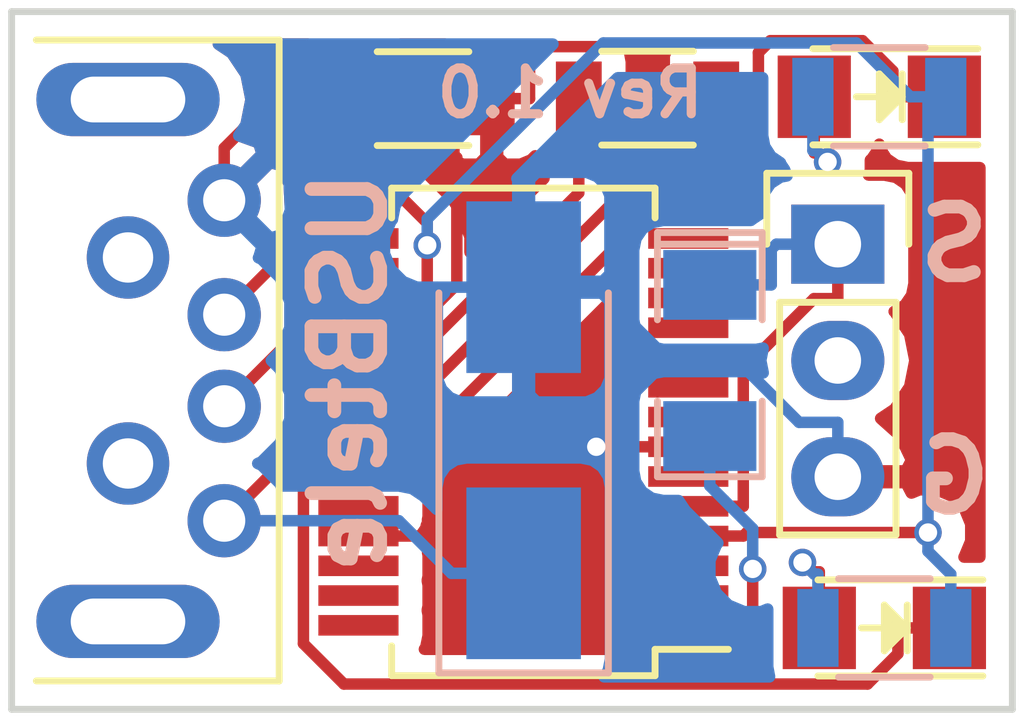
<source format=kicad_pcb>
(kicad_pcb (version 4) (host pcbnew 4.0.4+e1-6308~48~ubuntu16.04.1-stable)

  (general
    (links 24)
    (no_connects 0)
    (area 148.885 94.073809 172.927334 114.627)
    (thickness 1.6)
    (drawings 8)
    (tracks 122)
    (zones 0)
    (modules 11)
    (nets 12)
  )

  (page A4)
  (layers
    (0 F.Cu signal)
    (31 B.Cu signal)
    (32 B.Adhes user)
    (33 F.Adhes user)
    (34 B.Paste user)
    (35 F.Paste user)
    (36 B.SilkS user)
    (37 F.SilkS user)
    (38 B.Mask user)
    (39 F.Mask user)
    (40 Dwgs.User user)
    (41 Cmts.User user)
    (42 Eco1.User user)
    (43 Eco2.User user)
    (44 Edge.Cuts user)
    (45 Margin user)
    (46 B.CrtYd user)
    (47 F.CrtYd user)
    (48 B.Fab user)
    (49 F.Fab user)
  )

  (setup
    (last_trace_width 0.25)
    (trace_clearance 0.2)
    (zone_clearance 0.508)
    (zone_45_only no)
    (trace_min 0.2)
    (segment_width 0.2)
    (edge_width 0.15)
    (via_size 0.7)
    (via_drill 0.4)
    (via_min_size 0.4)
    (via_min_drill 0.3)
    (uvia_size 0.3)
    (uvia_drill 0.1)
    (uvias_allowed no)
    (uvia_min_size 0.2)
    (uvia_min_drill 0.1)
    (pcb_text_width 0.3)
    (pcb_text_size 1.5 1.5)
    (mod_edge_width 0.15)
    (mod_text_size 1 1)
    (mod_text_width 0.15)
    (pad_size 1.524 1.524)
    (pad_drill 0.762)
    (pad_to_mask_clearance 0.2)
    (aux_axis_origin 149.9 113)
    (grid_origin 149.9 113)
    (visible_elements FFFFFF7F)
    (pcbplotparams
      (layerselection 0x010fc_80000001)
      (usegerberextensions true)
      (excludeedgelayer true)
      (linewidth 0.100000)
      (plotframeref false)
      (viasonmask false)
      (mode 1)
      (useauxorigin true)
      (hpglpennumber 1)
      (hpglpenspeed 20)
      (hpglpendiameter 15)
      (hpglpenoverlay 2)
      (psnegative false)
      (psa4output false)
      (plotreference true)
      (plotvalue true)
      (plotinvisibletext false)
      (padsonsilk false)
      (subtractmaskfromsilk false)
      (outputformat 1)
      (mirror false)
      (drillshape 0)
      (scaleselection 1)
      (outputdirectory gerber/))
  )

  (net 0 "")
  (net 1 VCC)
  (net 2 GND)
  (net 3 "Net-(D1-Pad1)")
  (net 4 "Net-(D1-Pad2)")
  (net 5 "Net-(D2-Pad2)")
  (net 6 "Net-(D2-Pad1)")
  (net 7 "Net-(D3-Pad2)")
  (net 8 "Net-(D3-Pad1)")
  (net 9 "Net-(P1-Pad3)")
  (net 10 "Net-(P1-Pad2)")
  (net 11 +3V3)

  (net_class Default "This is the default net class."
    (clearance 0.2)
    (trace_width 0.25)
    (via_dia 0.7)
    (via_drill 0.4)
    (uvia_dia 0.3)
    (uvia_drill 0.1)
    (add_net +3V3)
    (add_net GND)
    (add_net "Net-(D1-Pad1)")
    (add_net "Net-(D1-Pad2)")
    (add_net "Net-(D2-Pad1)")
    (add_net "Net-(D2-Pad2)")
    (add_net "Net-(D3-Pad1)")
    (add_net "Net-(D3-Pad2)")
    (add_net "Net-(P1-Pad2)")
    (add_net "Net-(P1-Pad3)")
    (add_net VCC)
  )

  (module LEDs:LED_1206 (layer F.Cu) (tedit 5857E855) (tstamp 585252FB)
    (at 168.8 99.65 180)
    (descr "LED 1206 smd package")
    (tags "LED1206 SMD")
    (path /585260C4)
    (attr smd)
    (fp_text reference D2 (at 0 -2 180) (layer F.SilkS) hide
      (effects (font (size 1 1) (thickness 0.15)))
    )
    (fp_text value "LED green" (at 0 2 180) (layer F.Fab) hide
      (effects (font (size 1 1) (thickness 0.15)))
    )
    (fp_line (start -0.5 -0.5) (end -0.5 0.5) (layer F.Fab) (width 0.15))
    (fp_line (start -0.5 0) (end 0 -0.5) (layer F.Fab) (width 0.15))
    (fp_line (start 0 0.5) (end -0.5 0) (layer F.Fab) (width 0.15))
    (fp_line (start 0 -0.5) (end 0 0.5) (layer F.Fab) (width 0.15))
    (fp_line (start -1.6 0.8) (end -1.6 -0.8) (layer F.Fab) (width 0.15))
    (fp_line (start 1.6 0.8) (end -1.6 0.8) (layer F.Fab) (width 0.15))
    (fp_line (start 1.6 -0.8) (end 1.6 0.8) (layer F.Fab) (width 0.15))
    (fp_line (start -1.6 -0.8) (end 1.6 -0.8) (layer F.Fab) (width 0.15))
    (fp_line (start -2.15 1.05) (end 1.45 1.05) (layer F.SilkS) (width 0.15))
    (fp_line (start -2.15 -1.05) (end 1.45 -1.05) (layer F.SilkS) (width 0.15))
    (fp_line (start -0.1 -0.3) (end -0.1 0.3) (layer F.SilkS) (width 0.15))
    (fp_line (start -0.1 0.3) (end -0.4 0) (layer F.SilkS) (width 0.15))
    (fp_line (start -0.4 0) (end -0.2 -0.2) (layer F.SilkS) (width 0.15))
    (fp_line (start -0.2 -0.2) (end -0.2 0.05) (layer F.SilkS) (width 0.15))
    (fp_line (start -0.2 0.05) (end -0.25 0) (layer F.SilkS) (width 0.15))
    (fp_line (start -0.5 -0.5) (end -0.5 0.5) (layer F.SilkS) (width 0.15))
    (fp_line (start 0 0) (end 0.5 0) (layer F.SilkS) (width 0.15))
    (fp_line (start -0.5 0) (end 0 -0.5) (layer F.SilkS) (width 0.15))
    (fp_line (start 0 -0.5) (end 0 0.5) (layer F.SilkS) (width 0.15))
    (fp_line (start 0 0.5) (end -0.5 0) (layer F.SilkS) (width 0.15))
    (fp_line (start 2.5 -1.25) (end -2.5 -1.25) (layer F.CrtYd) (width 0.05))
    (fp_line (start -2.5 -1.25) (end -2.5 1.25) (layer F.CrtYd) (width 0.05))
    (fp_line (start -2.5 1.25) (end 2.5 1.25) (layer F.CrtYd) (width 0.05))
    (fp_line (start 2.5 1.25) (end 2.5 -1.25) (layer F.CrtYd) (width 0.05))
    (pad 2 smd rect (at 1.41986 0) (size 1.59766 1.80086) (layers F.Cu F.Paste F.Mask)
      (net 5 "Net-(D2-Pad2)"))
    (pad 1 smd rect (at -1.41986 0) (size 1.59766 1.80086) (layers F.Cu F.Paste F.Mask)
      (net 6 "Net-(D2-Pad1)"))
    (model LEDs.3dshapes/LED_1206.wrl
      (at (xyz 0 0 0))
      (scale (xyz 1 1 1))
      (rotate (xyz 0 0 180))
    )
  )

  (module Housings_SSOP:SSOP-28_5.3x10.2mm_Pitch0.65mm (layer F.Cu) (tedit 5857E840) (tstamp 5852533E)
    (at 161.03 106.97 180)
    (descr "28-Lead Plastic Shrink Small Outline (SS)-5.30 mm Body [SSOP] (see Microchip Packaging Specification 00000049BS.pdf)")
    (tags "SSOP 0.65")
    (path /5841DC82)
    (attr smd)
    (fp_text reference U1 (at 0 -6.25 180) (layer F.SilkS) hide
      (effects (font (size 1 1) (thickness 0.15)))
    )
    (fp_text value FT232RL (at 0 6.25 180) (layer F.Fab) hide
      (effects (font (size 1 1) (thickness 0.15)))
    )
    (fp_line (start -1.65 -5.1) (end 2.65 -5.1) (layer F.Fab) (width 0.15))
    (fp_line (start 2.65 -5.1) (end 2.65 5.1) (layer F.Fab) (width 0.15))
    (fp_line (start 2.65 5.1) (end -2.65 5.1) (layer F.Fab) (width 0.15))
    (fp_line (start -2.65 5.1) (end -2.65 -4.1) (layer F.Fab) (width 0.15))
    (fp_line (start -2.65 -4.1) (end -1.65 -5.1) (layer F.Fab) (width 0.15))
    (fp_line (start -4.75 -5.5) (end -4.75 5.5) (layer F.CrtYd) (width 0.05))
    (fp_line (start 4.75 -5.5) (end 4.75 5.5) (layer F.CrtYd) (width 0.05))
    (fp_line (start -4.75 -5.5) (end 4.75 -5.5) (layer F.CrtYd) (width 0.05))
    (fp_line (start -4.75 5.5) (end 4.75 5.5) (layer F.CrtYd) (width 0.05))
    (fp_line (start -2.875 -5.325) (end -2.875 -4.75) (layer F.SilkS) (width 0.15))
    (fp_line (start 2.875 -5.325) (end 2.875 -4.675) (layer F.SilkS) (width 0.15))
    (fp_line (start 2.875 5.325) (end 2.875 4.675) (layer F.SilkS) (width 0.15))
    (fp_line (start -2.875 5.325) (end -2.875 4.675) (layer F.SilkS) (width 0.15))
    (fp_line (start -2.875 -5.325) (end 2.875 -5.325) (layer F.SilkS) (width 0.15))
    (fp_line (start -2.875 5.325) (end 2.875 5.325) (layer F.SilkS) (width 0.15))
    (fp_line (start -2.875 -4.75) (end -4.475 -4.75) (layer F.SilkS) (width 0.15))
    (pad 1 smd rect (at -3.6 -4.225 180) (size 1.75 0.45) (layers F.Cu F.Paste F.Mask)
      (net 7 "Net-(D3-Pad2)"))
    (pad 2 smd rect (at -3.6 -3.575 180) (size 1.75 0.45) (layers F.Cu F.Paste F.Mask))
    (pad 3 smd rect (at -3.6 -2.925 180) (size 1.75 0.45) (layers F.Cu F.Paste F.Mask))
    (pad 4 smd rect (at -3.6 -2.275 180) (size 1.75 0.45) (layers F.Cu F.Paste F.Mask)
      (net 11 +3V3))
    (pad 5 smd rect (at -3.6 -1.625 180) (size 1.75 0.45) (layers F.Cu F.Paste F.Mask)
      (net 8 "Net-(D3-Pad1)"))
    (pad 6 smd rect (at -3.6 -0.975 180) (size 1.75 0.45) (layers F.Cu F.Paste F.Mask))
    (pad 7 smd rect (at -3.6 -0.325 180) (size 1.75 0.45) (layers F.Cu F.Paste F.Mask)
      (net 2 GND))
    (pad 8 smd rect (at -3.6 0.325 180) (size 1.75 0.45) (layers F.Cu F.Paste F.Mask))
    (pad 9 smd rect (at -3.6 0.975 180) (size 1.75 0.45) (layers F.Cu F.Paste F.Mask))
    (pad 10 smd rect (at -3.6 1.625 180) (size 1.75 0.45) (layers F.Cu F.Paste F.Mask))
    (pad 11 smd rect (at -3.6 2.275 180) (size 1.75 0.45) (layers F.Cu F.Paste F.Mask))
    (pad 12 smd rect (at -3.6 2.925 180) (size 1.75 0.45) (layers F.Cu F.Paste F.Mask))
    (pad 13 smd rect (at -3.6 3.575 180) (size 1.75 0.45) (layers F.Cu F.Paste F.Mask))
    (pad 14 smd rect (at -3.6 4.225 180) (size 1.75 0.45) (layers F.Cu F.Paste F.Mask))
    (pad 15 smd rect (at 3.6 4.225 180) (size 1.75 0.45) (layers F.Cu F.Paste F.Mask)
      (net 9 "Net-(P1-Pad3)"))
    (pad 16 smd rect (at 3.6 3.575 180) (size 1.75 0.45) (layers F.Cu F.Paste F.Mask)
      (net 10 "Net-(P1-Pad2)"))
    (pad 17 smd rect (at 3.6 2.925 180) (size 1.75 0.45) (layers F.Cu F.Paste F.Mask)
      (net 11 +3V3))
    (pad 18 smd rect (at 3.6 2.275 180) (size 1.75 0.45) (layers F.Cu F.Paste F.Mask)
      (net 2 GND))
    (pad 19 smd rect (at 3.6 1.625 180) (size 1.75 0.45) (layers F.Cu F.Paste F.Mask))
    (pad 20 smd rect (at 3.6 0.975 180) (size 1.75 0.45) (layers F.Cu F.Paste F.Mask)
      (net 1 VCC))
    (pad 21 smd rect (at 3.6 0.325 180) (size 1.75 0.45) (layers F.Cu F.Paste F.Mask)
      (net 2 GND))
    (pad 22 smd rect (at 3.6 -0.325 180) (size 1.75 0.45) (layers F.Cu F.Paste F.Mask)
      (net 6 "Net-(D2-Pad1)"))
    (pad 23 smd rect (at 3.6 -0.975 180) (size 1.75 0.45) (layers F.Cu F.Paste F.Mask)
      (net 3 "Net-(D1-Pad1)"))
    (pad 24 smd rect (at 3.6 -1.625 180) (size 1.75 0.45) (layers F.Cu F.Paste F.Mask))
    (pad 25 smd rect (at 3.6 -2.275 180) (size 1.75 0.45) (layers F.Cu F.Paste F.Mask)
      (net 2 GND))
    (pad 26 smd rect (at 3.6 -2.925 180) (size 1.75 0.45) (layers F.Cu F.Paste F.Mask))
    (pad 27 smd rect (at 3.6 -3.575 180) (size 1.75 0.45) (layers F.Cu F.Paste F.Mask))
    (pad 28 smd rect (at 3.6 -4.225 180) (size 1.75 0.45) (layers F.Cu F.Paste F.Mask))
    (model Housings_SSOP.3dshapes/SSOP-28_5.3x10.2mm_Pitch0.65mm.wrl
      (at (xyz 0 0 0))
      (scale (xyz 1 1 1))
      (rotate (xyz 0 0 0))
    )
  )

  (module Capacitors_SMD:C_1206 (layer F.Cu) (tedit 5857E816) (tstamp 58525C68)
    (at 158.84 99.69)
    (descr "Capacitor SMD 1206, reflow soldering, AVX (see smccp.pdf)")
    (tags "capacitor 1206")
    (path /58527234)
    (attr smd)
    (fp_text reference C3 (at 0.01 0.06) (layer F.SilkS) hide
      (effects (font (size 1 1) (thickness 0.15)))
    )
    (fp_text value 100nF (at 0 2.3) (layer F.Fab) hide
      (effects (font (size 1 1) (thickness 0.15)))
    )
    (fp_line (start -1.6 0.8) (end -1.6 -0.8) (layer F.Fab) (width 0.15))
    (fp_line (start 1.6 0.8) (end -1.6 0.8) (layer F.Fab) (width 0.15))
    (fp_line (start 1.6 -0.8) (end 1.6 0.8) (layer F.Fab) (width 0.15))
    (fp_line (start -1.6 -0.8) (end 1.6 -0.8) (layer F.Fab) (width 0.15))
    (fp_line (start -2.3 -1.15) (end 2.3 -1.15) (layer F.CrtYd) (width 0.05))
    (fp_line (start -2.3 1.15) (end 2.3 1.15) (layer F.CrtYd) (width 0.05))
    (fp_line (start -2.3 -1.15) (end -2.3 1.15) (layer F.CrtYd) (width 0.05))
    (fp_line (start 2.3 -1.15) (end 2.3 1.15) (layer F.CrtYd) (width 0.05))
    (fp_line (start 1 -1.025) (end -1 -1.025) (layer F.SilkS) (width 0.15))
    (fp_line (start -1 1.025) (end 1 1.025) (layer F.SilkS) (width 0.15))
    (pad 1 smd rect (at -1.5 0) (size 1 1.6) (layers F.Cu F.Paste F.Mask)
      (net 11 +3V3))
    (pad 2 smd rect (at 1.5 0) (size 1 1.6) (layers F.Cu F.Paste F.Mask)
      (net 2 GND))
    (model Capacitors_SMD.3dshapes/C_1206.wrl
      (at (xyz 0 0 0))
      (scale (xyz 1 1 1))
      (rotate (xyz 0 0 0))
    )
  )

  (module Capacitors_SMD:C_1206 (layer F.Cu) (tedit 5857E81E) (tstamp 58525CFA)
    (at 163.74 99.68)
    (descr "Capacitor SMD 1206, reflow soldering, AVX (see smccp.pdf)")
    (tags "capacitor 1206")
    (path /5841E632)
    (attr smd)
    (fp_text reference C1 (at 0.01 0.02) (layer F.SilkS) hide
      (effects (font (size 1 1) (thickness 0.15)))
    )
    (fp_text value 100nF (at 0 2.3) (layer F.Fab) hide
      (effects (font (size 1 1) (thickness 0.15)))
    )
    (fp_line (start -1.6 0.8) (end -1.6 -0.8) (layer F.Fab) (width 0.15))
    (fp_line (start 1.6 0.8) (end -1.6 0.8) (layer F.Fab) (width 0.15))
    (fp_line (start 1.6 -0.8) (end 1.6 0.8) (layer F.Fab) (width 0.15))
    (fp_line (start -1.6 -0.8) (end 1.6 -0.8) (layer F.Fab) (width 0.15))
    (fp_line (start -2.3 -1.15) (end 2.3 -1.15) (layer F.CrtYd) (width 0.05))
    (fp_line (start -2.3 1.15) (end 2.3 1.15) (layer F.CrtYd) (width 0.05))
    (fp_line (start -2.3 -1.15) (end -2.3 1.15) (layer F.CrtYd) (width 0.05))
    (fp_line (start 2.3 -1.15) (end 2.3 1.15) (layer F.CrtYd) (width 0.05))
    (fp_line (start 1 -1.025) (end -1 -1.025) (layer F.SilkS) (width 0.15))
    (fp_line (start -1 1.025) (end 1 1.025) (layer F.SilkS) (width 0.15))
    (pad 1 smd rect (at -1.5 0) (size 1 1.6) (layers F.Cu F.Paste F.Mask)
      (net 1 VCC))
    (pad 2 smd rect (at 1.5 0) (size 1 1.6) (layers F.Cu F.Paste F.Mask)
      (net 2 GND))
    (model Capacitors_SMD.3dshapes/C_1206.wrl
      (at (xyz 0 0 0))
      (scale (xyz 1 1 1))
      (rotate (xyz 0 0 0))
    )
  )

  (module Capacitors_Tantalum_SMD:Tantalum_Case-C_EIA-6032-28_Hand (layer B.Cu) (tedit 585834F5) (tstamp 58525CFF)
    (at 161.036 106.934 90)
    (descr "Tantalum capacitor, Case C, EIA 6032-28, 6.0x3.2x2.5mm, Hand soldering footprint")
    (tags "capacitor tantalum smd")
    (path /58526E60)
    (attr smd)
    (fp_text reference C2 (at 0 3.35 90) (layer B.SilkS) hide
      (effects (font (size 1 1) (thickness 0.15)) (justify mirror))
    )
    (fp_text value 10µF (at 0 -3.35 90) (layer B.Fab)
      (effects (font (size 1 1) (thickness 0.15)) (justify mirror))
    )
    (fp_line (start -5.4 2) (end -5.4 -2) (layer B.CrtYd) (width 0.05))
    (fp_line (start -5.4 -2) (end 5.4 -2) (layer B.CrtYd) (width 0.05))
    (fp_line (start 5.4 -2) (end 5.4 2) (layer B.CrtYd) (width 0.05))
    (fp_line (start 5.4 2) (end -5.4 2) (layer B.CrtYd) (width 0.05))
    (fp_line (start -3 1.6) (end -3 -1.6) (layer B.Fab) (width 0.15))
    (fp_line (start -3 -1.6) (end 3 -1.6) (layer B.Fab) (width 0.15))
    (fp_line (start 3 -1.6) (end 3 1.6) (layer B.Fab) (width 0.15))
    (fp_line (start 3 1.6) (end -3 1.6) (layer B.Fab) (width 0.15))
    (fp_line (start -2.4 1.6) (end -2.4 -1.6) (layer B.Fab) (width 0.15))
    (fp_line (start -2.1 1.6) (end -2.1 -1.6) (layer B.Fab) (width 0.15))
    (fp_line (start -5.3 1.85) (end 3 1.85) (layer B.SilkS) (width 0.15))
    (fp_line (start -5.3 -1.85) (end 3 -1.85) (layer B.SilkS) (width 0.15))
    (fp_line (start -5.3 1.85) (end -5.3 -1.85) (layer B.SilkS) (width 0.15))
    (pad 1 smd rect (at -3.125 0 90) (size 3.75 2.5) (layers B.Cu B.Paste B.Mask)
      (net 1 VCC))
    (pad 2 smd rect (at 3.125 0 90) (size 3.75 2.5) (layers B.Cu B.Paste B.Mask)
      (net 2 GND))
    (model Capacitors_Tantalum_SMD.3dshapes/Tantalum_Case-C_EIA-6032-28.wrl
      (at (xyz 0 0 0))
      (scale (xyz 1 1 1))
      (rotate (xyz 0 0 0))
    )
  )

  (module Resistors_SMD:R_1206 (layer B.Cu) (tedit 5857E84D) (tstamp 58525D04)
    (at 168.91 111.252 180)
    (descr "Resistor SMD 1206, reflow soldering, Vishay (see dcrcw.pdf)")
    (tags "resistor 1206")
    (path /58525F37)
    (attr smd)
    (fp_text reference R1 (at 0 2.3 180) (layer B.SilkS) hide
      (effects (font (size 1 1) (thickness 0.15)) (justify mirror))
    )
    (fp_text value 330 (at 0 -2.3 180) (layer B.Fab) hide
      (effects (font (size 1 1) (thickness 0.15)) (justify mirror))
    )
    (fp_line (start -1.6 -0.8) (end -1.6 0.8) (layer B.Fab) (width 0.1))
    (fp_line (start 1.6 -0.8) (end -1.6 -0.8) (layer B.Fab) (width 0.1))
    (fp_line (start 1.6 0.8) (end 1.6 -0.8) (layer B.Fab) (width 0.1))
    (fp_line (start -1.6 0.8) (end 1.6 0.8) (layer B.Fab) (width 0.1))
    (fp_line (start -2.2 1.2) (end 2.2 1.2) (layer B.CrtYd) (width 0.05))
    (fp_line (start -2.2 -1.2) (end 2.2 -1.2) (layer B.CrtYd) (width 0.05))
    (fp_line (start -2.2 1.2) (end -2.2 -1.2) (layer B.CrtYd) (width 0.05))
    (fp_line (start 2.2 1.2) (end 2.2 -1.2) (layer B.CrtYd) (width 0.05))
    (fp_line (start 1 -1.075) (end -1 -1.075) (layer B.SilkS) (width 0.15))
    (fp_line (start -1 1.075) (end 1 1.075) (layer B.SilkS) (width 0.15))
    (pad 1 smd rect (at -1.45 0 180) (size 0.9 1.7) (layers B.Cu B.Paste B.Mask)
      (net 11 +3V3))
    (pad 2 smd rect (at 1.45 0 180) (size 0.9 1.7) (layers B.Cu B.Paste B.Mask)
      (net 4 "Net-(D1-Pad2)"))
    (model Resistors_SMD.3dshapes/R_1206.wrl
      (at (xyz 0 0 0))
      (scale (xyz 1 1 1))
      (rotate (xyz 0 0 0))
    )
  )

  (module Resistors_SMD:R_1206 (layer B.Cu) (tedit 5857E85B) (tstamp 58525D09)
    (at 168.8 99.65 180)
    (descr "Resistor SMD 1206, reflow soldering, Vishay (see dcrcw.pdf)")
    (tags "resistor 1206")
    (path /58525982)
    (attr smd)
    (fp_text reference R2 (at 0 2.3 180) (layer B.SilkS) hide
      (effects (font (size 1 1) (thickness 0.15)) (justify mirror))
    )
    (fp_text value 330 (at 0 -2.3 180) (layer B.Fab) hide
      (effects (font (size 1 1) (thickness 0.15)) (justify mirror))
    )
    (fp_line (start -1.6 -0.8) (end -1.6 0.8) (layer B.Fab) (width 0.1))
    (fp_line (start 1.6 -0.8) (end -1.6 -0.8) (layer B.Fab) (width 0.1))
    (fp_line (start 1.6 0.8) (end 1.6 -0.8) (layer B.Fab) (width 0.1))
    (fp_line (start -1.6 0.8) (end 1.6 0.8) (layer B.Fab) (width 0.1))
    (fp_line (start -2.2 1.2) (end 2.2 1.2) (layer B.CrtYd) (width 0.05))
    (fp_line (start -2.2 -1.2) (end 2.2 -1.2) (layer B.CrtYd) (width 0.05))
    (fp_line (start -2.2 1.2) (end -2.2 -1.2) (layer B.CrtYd) (width 0.05))
    (fp_line (start 2.2 1.2) (end 2.2 -1.2) (layer B.CrtYd) (width 0.05))
    (fp_line (start 1 -1.075) (end -1 -1.075) (layer B.SilkS) (width 0.15))
    (fp_line (start -1 1.075) (end 1 1.075) (layer B.SilkS) (width 0.15))
    (pad 1 smd rect (at -1.45 0 180) (size 0.9 1.7) (layers B.Cu B.Paste B.Mask)
      (net 11 +3V3))
    (pad 2 smd rect (at 1.45 0 180) (size 0.9 1.7) (layers B.Cu B.Paste B.Mask)
      (net 5 "Net-(D2-Pad2)"))
    (model Resistors_SMD.3dshapes/R_1206.wrl
      (at (xyz 0 0 0))
      (scale (xyz 1 1 1))
      (rotate (xyz 0 0 0))
    )
  )

  (module LEDs:LED_1206 (layer F.Cu) (tedit 5857E845) (tstamp 5852809B)
    (at 168.91 111.252 180)
    (descr "LED 1206 smd package")
    (tags "LED1206 SMD")
    (path /5852604F)
    (attr smd)
    (fp_text reference D1 (at 0 -2 180) (layer F.SilkS) hide
      (effects (font (size 1 1) (thickness 0.15)))
    )
    (fp_text value "LED red" (at 0 2 180) (layer F.Fab) hide
      (effects (font (size 1 1) (thickness 0.15)))
    )
    (fp_line (start -0.5 -0.5) (end -0.5 0.5) (layer F.Fab) (width 0.15))
    (fp_line (start -0.5 0) (end 0 -0.5) (layer F.Fab) (width 0.15))
    (fp_line (start 0 0.5) (end -0.5 0) (layer F.Fab) (width 0.15))
    (fp_line (start 0 -0.5) (end 0 0.5) (layer F.Fab) (width 0.15))
    (fp_line (start -1.6 0.8) (end -1.6 -0.8) (layer F.Fab) (width 0.15))
    (fp_line (start 1.6 0.8) (end -1.6 0.8) (layer F.Fab) (width 0.15))
    (fp_line (start 1.6 -0.8) (end 1.6 0.8) (layer F.Fab) (width 0.15))
    (fp_line (start -1.6 -0.8) (end 1.6 -0.8) (layer F.Fab) (width 0.15))
    (fp_line (start -2.15 1.05) (end 1.45 1.05) (layer F.SilkS) (width 0.15))
    (fp_line (start -2.15 -1.05) (end 1.45 -1.05) (layer F.SilkS) (width 0.15))
    (fp_line (start -0.1 -0.3) (end -0.1 0.3) (layer F.SilkS) (width 0.15))
    (fp_line (start -0.1 0.3) (end -0.4 0) (layer F.SilkS) (width 0.15))
    (fp_line (start -0.4 0) (end -0.2 -0.2) (layer F.SilkS) (width 0.15))
    (fp_line (start -0.2 -0.2) (end -0.2 0.05) (layer F.SilkS) (width 0.15))
    (fp_line (start -0.2 0.05) (end -0.25 0) (layer F.SilkS) (width 0.15))
    (fp_line (start -0.5 -0.5) (end -0.5 0.5) (layer F.SilkS) (width 0.15))
    (fp_line (start 0 0) (end 0.5 0) (layer F.SilkS) (width 0.15))
    (fp_line (start -0.5 0) (end 0 -0.5) (layer F.SilkS) (width 0.15))
    (fp_line (start 0 -0.5) (end 0 0.5) (layer F.SilkS) (width 0.15))
    (fp_line (start 0 0.5) (end -0.5 0) (layer F.SilkS) (width 0.15))
    (fp_line (start 2.5 -1.25) (end -2.5 -1.25) (layer F.CrtYd) (width 0.05))
    (fp_line (start -2.5 -1.25) (end -2.5 1.25) (layer F.CrtYd) (width 0.05))
    (fp_line (start -2.5 1.25) (end 2.5 1.25) (layer F.CrtYd) (width 0.05))
    (fp_line (start 2.5 1.25) (end 2.5 -1.25) (layer F.CrtYd) (width 0.05))
    (pad 2 smd rect (at 1.41986 0) (size 1.59766 1.80086) (layers F.Cu F.Paste F.Mask)
      (net 4 "Net-(D1-Pad2)"))
    (pad 1 smd rect (at -1.41986 0) (size 1.59766 1.80086) (layers F.Cu F.Paste F.Mask)
      (net 3 "Net-(D1-Pad1)"))
    (model LEDs.3dshapes/LED_1206.wrl
      (at (xyz 0 0 0))
      (scale (xyz 1 1 1))
      (rotate (xyz 0 0 180))
    )
  )

  (module SMD_Packages:SMD-1206_Pol (layer B.Cu) (tedit 585834F0) (tstamp 585280A0)
    (at 165.1 105.41 270)
    (path /58525BB9)
    (attr smd)
    (fp_text reference D3 (at 0 0 270) (layer B.SilkS) hide
      (effects (font (size 1 1) (thickness 0.15)) (justify mirror))
    )
    (fp_text value "TS 4148" (at 0 0 270) (layer B.Fab)
      (effects (font (size 1 1) (thickness 0.15)) (justify mirror))
    )
    (fp_line (start -2.54 1.143) (end -2.794 1.143) (layer B.SilkS) (width 0.15))
    (fp_line (start -2.794 1.143) (end -2.794 -1.143) (layer B.SilkS) (width 0.15))
    (fp_line (start -2.794 -1.143) (end -2.54 -1.143) (layer B.SilkS) (width 0.15))
    (fp_line (start -2.54 1.143) (end -2.54 -1.143) (layer B.SilkS) (width 0.15))
    (fp_line (start -2.54 -1.143) (end -0.889 -1.143) (layer B.SilkS) (width 0.15))
    (fp_line (start 0.889 1.143) (end 2.54 1.143) (layer B.SilkS) (width 0.15))
    (fp_line (start 2.54 1.143) (end 2.54 -1.143) (layer B.SilkS) (width 0.15))
    (fp_line (start 2.54 -1.143) (end 0.889 -1.143) (layer B.SilkS) (width 0.15))
    (fp_line (start -0.889 1.143) (end -2.54 1.143) (layer B.SilkS) (width 0.15))
    (pad 1 smd rect (at -1.651 0 270) (size 1.524 2.032) (layers B.Cu B.Paste B.Mask)
      (net 8 "Net-(D3-Pad1)"))
    (pad 2 smd rect (at 1.651 0 270) (size 1.524 2.032) (layers B.Cu B.Paste B.Mask)
      (net 7 "Net-(D3-Pad2)"))
    (model SMD_Packages.3dshapes/SMD-1206_Pol.wrl
      (at (xyz 0 0 0))
      (scale (xyz 0.17 0.16 0.16))
      (rotate (xyz 0 0 0))
    )
  )

  (module LUM2410-08:LUM2410-08 (layer F.Cu) (tedit 5857EB5F) (tstamp 5853B093)
    (at 152.4 105.41 270)
    (path /5841DF82)
    (fp_text reference P1 (at -10.16 2.54 270) (layer F.SilkS) hide
      (effects (font (size 1 1) (thickness 0.15)))
    )
    (fp_text value USB_A (at -8.6 -5.7 270) (layer F.Fab) hide
      (effects (font (size 1 1) (thickness 0.15)))
    )
    (fp_line (start -7 2) (end -7 -3.3) (layer F.SilkS) (width 0.15))
    (fp_line (start -7 -3.3) (end 7 -3.3) (layer F.SilkS) (width 0.15))
    (fp_line (start 7 -3.3) (end 7 2) (layer F.SilkS) (width 0.15))
    (fp_line (start -6 2.7) (end 6 2.7) (layer F.Fab) (width 0.15))
    (pad "" thru_hole oval (at 5.7 0 270) (size 1.6 4) (drill oval 1 2.5) (layers *.Cu *.Mask))
    (pad 5 thru_hole oval (at -5.7 0 270) (size 1.6 4) (drill oval 1 2.5) (layers *.Cu *.Mask))
    (pad "" thru_hole circle (at 2.25 0 270) (size 1.8 1.8) (drill 1.1) (layers *.Cu *.Mask))
    (pad "" thru_hole circle (at -2.25 0 270) (size 1.8 1.8) (drill 1.1) (layers *.Cu *.Mask))
    (pad 2 thru_hole circle (at 1 -2.1 270) (size 1.6 1.6) (drill 0.92) (layers *.Cu *.Mask)
      (net 10 "Net-(P1-Pad2)"))
    (pad 3 thru_hole circle (at -1 -2.1 270) (size 1.6 1.6) (drill 0.92) (layers *.Cu *.Mask)
      (net 9 "Net-(P1-Pad3)"))
    (pad 1 thru_hole circle (at 3.5 -2.1 270) (size 1.6 1.6) (drill 0.92) (layers *.Cu *.Mask)
      (net 1 VCC))
    (pad 4 thru_hole circle (at -3.5 -2.1 270) (size 1.6 1.6) (drill 0.92) (layers *.Cu *.Mask)
      (net 2 GND))
  )

  (module Pin_Headers:Pin_Header_Straight_1x03 (layer F.Cu) (tedit 58583F44) (tstamp 58583F56)
    (at 167.894 102.87)
    (descr "Through hole pin header")
    (tags "pin header")
    (path /5841E235)
    (fp_text reference P2 (at 0 -5.1) (layer F.SilkS) hide
      (effects (font (size 1 1) (thickness 0.15)))
    )
    (fp_text value CONN_01X03 (at 0 -3.1) (layer F.Fab) hide
      (effects (font (size 1 1) (thickness 0.15)))
    )
    (fp_line (start -1.75 -1.75) (end -1.75 6.85) (layer F.CrtYd) (width 0.05))
    (fp_line (start 1.75 -1.75) (end 1.75 6.85) (layer F.CrtYd) (width 0.05))
    (fp_line (start -1.75 -1.75) (end 1.75 -1.75) (layer F.CrtYd) (width 0.05))
    (fp_line (start -1.75 6.85) (end 1.75 6.85) (layer F.CrtYd) (width 0.05))
    (fp_line (start -1.27 1.27) (end -1.27 6.35) (layer F.SilkS) (width 0.15))
    (fp_line (start -1.27 6.35) (end 1.27 6.35) (layer F.SilkS) (width 0.15))
    (fp_line (start 1.27 6.35) (end 1.27 1.27) (layer F.SilkS) (width 0.15))
    (fp_line (start 1.55 -1.55) (end 1.55 0) (layer F.SilkS) (width 0.15))
    (fp_line (start 1.27 1.27) (end -1.27 1.27) (layer F.SilkS) (width 0.15))
    (fp_line (start -1.55 0) (end -1.55 -1.55) (layer F.SilkS) (width 0.15))
    (fp_line (start -1.55 -1.55) (end 1.55 -1.55) (layer F.SilkS) (width 0.15))
    (pad 1 thru_hole rect (at 0 0) (size 2.032 1.7272) (drill 1.016) (layers *.Cu *.Mask)
      (net 8 "Net-(D3-Pad1)"))
    (pad 2 thru_hole oval (at 0 2.54) (size 2.032 1.7272) (drill 1.016) (layers *.Cu *.Mask))
    (pad 3 thru_hole oval (at 0 5.08) (size 2.032 1.7272) (drill 1.016) (layers *.Cu *.Mask)
      (net 2 GND))
    (model Pin_Headers.3dshapes/Pin_Header_Straight_1x03.wrl
      (at (xyz 0 -0.1 0))
      (scale (xyz 1 1 1))
      (rotate (xyz 0 0 90))
    )
  )

  (gr_text G (at 170.434 107.95) (layer B.SilkS)
    (effects (font (size 1.5 1.5) (thickness 0.3)) (justify mirror))
  )
  (gr_text S (at 170.434 102.87) (layer B.SilkS)
    (effects (font (size 1.5 1.5) (thickness 0.3)) (justify mirror))
  )
  (gr_text "Rev 1.0" (at 162.052 99.568) (layer B.SilkS)
    (effects (font (size 1 1) (thickness 0.2)) (justify mirror))
  )
  (gr_text USBtele (at 157.226 105.664 90) (layer B.SilkS)
    (effects (font (size 1.5 1.5) (thickness 0.3)) (justify mirror))
  )
  (gr_line (start 171.704 113.03) (end 171.704 97.79) (angle 90) (layer Edge.Cuts) (width 0.15))
  (gr_line (start 171.704 113.03) (end 149.86 113.03) (angle 90) (layer Edge.Cuts) (width 0.15))
  (gr_line (start 149.86 97.79) (end 171.704 97.79) (angle 90) (layer Edge.Cuts) (width 0.15))
  (gr_line (start 149.86 113.03) (end 149.86 97.79) (angle 90) (layer Edge.Cuts) (width 0.15))

  (segment (start 157.43 105.995) (end 156.2297 105.995) (width 0.25) (layer F.Cu) (net 1))
  (segment (start 157.43 105.995) (end 158.6303 105.995) (width 0.25) (layer F.Cu) (net 1))
  (segment (start 156.2297 107.1803) (end 154.5 108.91) (width 0.25) (layer F.Cu) (net 1))
  (segment (start 156.2297 105.995) (end 156.2297 107.1803) (width 0.25) (layer F.Cu) (net 1))
  (segment (start 158.6303 105.3581) (end 158.6303 105.995) (width 0.25) (layer F.Cu) (net 1))
  (segment (start 162.24 101.7484) (end 158.6303 105.3581) (width 0.25) (layer F.Cu) (net 1))
  (segment (start 162.24 99.68) (end 162.24 101.7484) (width 0.25) (layer F.Cu) (net 1))
  (segment (start 158.3117 108.91) (end 159.4607 110.059) (width 0.25) (layer B.Cu) (net 1))
  (segment (start 154.5 108.91) (end 158.3117 108.91) (width 0.25) (layer B.Cu) (net 1))
  (segment (start 161.036 110.059) (end 159.4607 110.059) (width 0.25) (layer B.Cu) (net 1))
  (via (at 162.6212 107.295) (size 0.6) (layers F.Cu B.Cu) (net 2))
  (segment (start 161.036 103.809) (end 162.6113 103.809) (width 0.25) (layer B.Cu) (net 2))
  (segment (start 167.894 107.95) (end 167.894 106.7611) (width 0.25) (layer B.Cu) (net 2))
  (segment (start 161.1653 98.9679) (end 161.1653 99.69) (width 0.25) (layer F.Cu) (net 2))
  (segment (start 161.5786 98.5546) (end 161.1653 98.9679) (width 0.25) (layer F.Cu) (net 2))
  (segment (start 163.2893 98.5546) (end 161.5786 98.5546) (width 0.25) (layer F.Cu) (net 2))
  (segment (start 164.4147 99.68) (end 163.2893 98.5546) (width 0.25) (layer F.Cu) (net 2))
  (segment (start 160.34 99.69) (end 161.1653 99.69) (width 0.25) (layer F.Cu) (net 2))
  (segment (start 157.43 104.695) (end 158.6303 104.695) (width 0.25) (layer F.Cu) (net 2))
  (segment (start 157.43 106.645) (end 158.6303 106.645) (width 0.25) (layer F.Cu) (net 2))
  (segment (start 160.34 99.69) (end 159.5147 99.69) (width 0.25) (layer F.Cu) (net 2))
  (segment (start 154.5 100.7699) (end 154.5 101.91) (width 0.25) (layer F.Cu) (net 2))
  (segment (start 156.7052 98.5647) (end 154.5 100.7699) (width 0.25) (layer F.Cu) (net 2))
  (segment (start 158.3894 98.5647) (end 156.7052 98.5647) (width 0.25) (layer F.Cu) (net 2))
  (segment (start 159.5147 99.69) (end 158.3894 98.5647) (width 0.25) (layer F.Cu) (net 2))
  (segment (start 159.5147 100.9175) (end 159.5147 99.69) (width 0.25) (layer F.Cu) (net 2))
  (segment (start 159.5775 100.9803) (end 159.5147 100.9175) (width 0.25) (layer F.Cu) (net 2))
  (segment (start 159.5775 103.7478) (end 159.5775 100.9803) (width 0.25) (layer F.Cu) (net 2))
  (segment (start 158.6303 104.695) (end 159.5775 103.7478) (width 0.25) (layer F.Cu) (net 2))
  (segment (start 164.8274 99.68) (end 164.5019 99.68) (width 0.25) (layer F.Cu) (net 2))
  (segment (start 164.5019 99.68) (end 164.4147 99.68) (width 0.25) (layer F.Cu) (net 2))
  (segment (start 165.24 99.68) (end 164.8274 99.68) (width 0.25) (layer F.Cu) (net 2))
  (segment (start 156.399 103.809) (end 161.036 103.809) (width 0.25) (layer B.Cu) (net 2))
  (segment (start 154.5 101.91) (end 156.399 103.809) (width 0.25) (layer B.Cu) (net 2))
  (segment (start 159.151 106.1243) (end 158.6303 106.645) (width 0.25) (layer F.Cu) (net 2))
  (segment (start 159.151 105.7926) (end 159.151 106.1243) (width 0.25) (layer F.Cu) (net 2))
  (segment (start 164.5019 100.4417) (end 159.151 105.7926) (width 0.25) (layer F.Cu) (net 2))
  (segment (start 164.5019 99.68) (end 164.5019 100.4417) (width 0.25) (layer F.Cu) (net 2))
  (segment (start 162.6212 107.295) (end 164.63 107.295) (width 0.25) (layer F.Cu) (net 2))
  (segment (start 162.6212 106.9497) (end 162.6212 107.295) (width 0.25) (layer B.Cu) (net 2))
  (segment (start 164.1866 105.3843) (end 162.6212 106.9497) (width 0.25) (layer B.Cu) (net 2))
  (segment (start 162.6113 103.809) (end 164.1866 105.3843) (width 0.25) (layer B.Cu) (net 2))
  (segment (start 167.0473 106.7611) (end 167.894 106.7611) (width 0.25) (layer B.Cu) (net 2))
  (segment (start 165.6705 105.3843) (end 167.0473 106.7611) (width 0.25) (layer B.Cu) (net 2))
  (segment (start 164.1866 105.3843) (end 165.6705 105.3843) (width 0.25) (layer B.Cu) (net 2))
  (segment (start 160.6712 109.245) (end 162.6212 107.295) (width 0.25) (layer F.Cu) (net 2))
  (segment (start 157.43 109.245) (end 160.6712 109.245) (width 0.25) (layer F.Cu) (net 2))
  (segment (start 169.2058 111.814) (end 169.2058 111.252) (width 0.25) (layer F.Cu) (net 3))
  (segment (start 168.542 112.4778) (end 169.2058 111.814) (width 0.25) (layer F.Cu) (net 3))
  (segment (start 157.1127 112.4778) (end 168.542 112.4778) (width 0.25) (layer F.Cu) (net 3))
  (segment (start 156.2297 111.5948) (end 157.1127 112.4778) (width 0.25) (layer F.Cu) (net 3))
  (segment (start 156.2297 107.945) (end 156.2297 111.5948) (width 0.25) (layer F.Cu) (net 3))
  (segment (start 157.43 107.945) (end 156.2297 107.945) (width 0.25) (layer F.Cu) (net 3))
  (segment (start 170.3299 111.252) (end 169.2058 111.252) (width 0.25) (layer F.Cu) (net 3))
  (via (at 167.1229 109.8221) (size 0.6) (layers F.Cu B.Cu) (net 4))
  (segment (start 167.3775 110.0767) (end 167.1229 109.8221) (width 0.25) (layer B.Cu) (net 4))
  (segment (start 167.46 110.0767) (end 167.3775 110.0767) (width 0.25) (layer B.Cu) (net 4))
  (segment (start 167.3271 110.0263) (end 167.4901 110.0263) (width 0.25) (layer F.Cu) (net 4))
  (segment (start 167.1229 109.8221) (end 167.3271 110.0263) (width 0.25) (layer F.Cu) (net 4))
  (segment (start 167.4901 111.252) (end 167.4901 110.0263) (width 0.25) (layer F.Cu) (net 4))
  (segment (start 167.46 111.252) (end 167.46 110.0767) (width 0.25) (layer B.Cu) (net 4))
  (via (at 167.6708 101.0728) (size 0.6) (layers F.Cu B.Cu) (net 5))
  (segment (start 167.4233 100.8253) (end 167.6708 101.0728) (width 0.25) (layer B.Cu) (net 5))
  (segment (start 167.35 100.8253) (end 167.4233 100.8253) (width 0.25) (layer B.Cu) (net 5))
  (segment (start 167.4737 100.8757) (end 167.6708 101.0728) (width 0.25) (layer F.Cu) (net 5))
  (segment (start 167.3801 100.8757) (end 167.4737 100.8757) (width 0.25) (layer F.Cu) (net 5))
  (segment (start 167.35 99.65) (end 167.35 100.8253) (width 0.25) (layer B.Cu) (net 5))
  (segment (start 167.3801 99.65) (end 167.3801 100.8757) (width 0.25) (layer F.Cu) (net 5))
  (segment (start 169.0958 99.088) (end 169.0958 99.65) (width 0.25) (layer F.Cu) (net 6))
  (segment (start 168.432 98.4242) (end 169.0958 99.088) (width 0.25) (layer F.Cu) (net 6))
  (segment (start 166.4226 98.4242) (end 168.432 98.4242) (width 0.25) (layer F.Cu) (net 6))
  (segment (start 166.1607 98.6861) (end 166.4226 98.4242) (width 0.25) (layer F.Cu) (net 6))
  (segment (start 166.1607 100.5194) (end 166.1607 98.6861) (width 0.25) (layer F.Cu) (net 6))
  (segment (start 165.4325 101.2476) (end 166.1607 100.5194) (width 0.25) (layer F.Cu) (net 6))
  (segment (start 164.5275 101.2476) (end 165.4325 101.2476) (width 0.25) (layer F.Cu) (net 6))
  (segment (start 163.3859 102.3892) (end 164.5275 101.2476) (width 0.25) (layer F.Cu) (net 6))
  (segment (start 163.3859 102.5838) (end 163.3859 102.3892) (width 0.25) (layer F.Cu) (net 6))
  (segment (start 158.6747 107.295) (end 163.3859 102.5838) (width 0.25) (layer F.Cu) (net 6))
  (segment (start 157.43 107.295) (end 158.6747 107.295) (width 0.25) (layer F.Cu) (net 6))
  (segment (start 170.2199 99.65) (end 169.0958 99.65) (width 0.25) (layer F.Cu) (net 6))
  (via (at 166.0358 109.9633) (size 0.6) (layers F.Cu B.Cu) (net 7))
  (segment (start 166.0358 109.0841) (end 166.0358 109.9633) (width 0.25) (layer B.Cu) (net 7))
  (segment (start 165.1 108.1483) (end 166.0358 109.0841) (width 0.25) (layer B.Cu) (net 7))
  (segment (start 166.0358 110.9895) (end 165.8303 111.195) (width 0.25) (layer F.Cu) (net 7))
  (segment (start 166.0358 109.9633) (end 166.0358 110.9895) (width 0.25) (layer F.Cu) (net 7))
  (segment (start 164.63 111.195) (end 165.8303 111.195) (width 0.25) (layer F.Cu) (net 7))
  (segment (start 165.1 107.061) (end 165.1 108.1483) (width 0.25) (layer B.Cu) (net 7))
  (segment (start 165.8303 105.6025) (end 165.8303 108.595) (width 0.25) (layer F.Cu) (net 8))
  (segment (start 167.3739 104.0589) (end 165.8303 105.6025) (width 0.25) (layer F.Cu) (net 8))
  (segment (start 167.894 104.0589) (end 167.3739 104.0589) (width 0.25) (layer F.Cu) (net 8))
  (segment (start 167.894 102.87) (end 167.894 104.0589) (width 0.25) (layer F.Cu) (net 8))
  (segment (start 164.63 108.595) (end 165.8303 108.595) (width 0.25) (layer F.Cu) (net 8))
  (segment (start 166.4413 102.9814) (end 166.5527 102.87) (width 0.25) (layer B.Cu) (net 8))
  (segment (start 166.4413 103.759) (end 166.4413 102.9814) (width 0.25) (layer B.Cu) (net 8))
  (segment (start 167.894 102.87) (end 166.5527 102.87) (width 0.25) (layer B.Cu) (net 8))
  (segment (start 165.1 103.759) (end 166.4413 103.759) (width 0.25) (layer B.Cu) (net 8))
  (segment (start 156.165 102.745) (end 157.43 102.745) (width 0.25) (layer F.Cu) (net 9))
  (segment (start 154.5 104.41) (end 156.165 102.745) (width 0.25) (layer F.Cu) (net 9))
  (segment (start 156.2297 104.6803) (end 156.2297 103.395) (width 0.25) (layer F.Cu) (net 10))
  (segment (start 154.5 106.41) (end 156.2297 104.6803) (width 0.25) (layer F.Cu) (net 10))
  (segment (start 157.43 103.395) (end 156.2297 103.395) (width 0.25) (layer F.Cu) (net 10))
  (via (at 158.9316 102.8939) (size 0.6) (layers F.Cu B.Cu) (net 11))
  (via (at 169.8624 109.1677) (size 0.6) (layers F.Cu B.Cu) (net 11))
  (segment (start 157.43 104.045) (end 158.6303 104.045) (width 0.25) (layer F.Cu) (net 11))
  (segment (start 158.9316 102.3191) (end 158.9316 102.8939) (width 0.25) (layer B.Cu) (net 11))
  (segment (start 162.7761 98.4746) (end 158.9316 102.3191) (width 0.25) (layer B.Cu) (net 11))
  (segment (start 168.2993 98.4746) (end 162.7761 98.4746) (width 0.25) (layer B.Cu) (net 11))
  (segment (start 169.4747 99.65) (end 168.2993 98.4746) (width 0.25) (layer B.Cu) (net 11))
  (segment (start 158.9316 103.7437) (end 158.9316 102.8939) (width 0.25) (layer F.Cu) (net 11))
  (segment (start 158.6303 104.045) (end 158.9316 103.7437) (width 0.25) (layer F.Cu) (net 11))
  (segment (start 158.9316 102.4069) (end 157.34 100.8153) (width 0.25) (layer F.Cu) (net 11))
  (segment (start 158.9316 102.8939) (end 158.9316 102.4069) (width 0.25) (layer F.Cu) (net 11))
  (segment (start 157.34 99.69) (end 157.34 100.8153) (width 0.25) (layer F.Cu) (net 11))
  (segment (start 170.25 99.65) (end 169.8624 99.65) (width 0.25) (layer B.Cu) (net 11))
  (segment (start 169.8624 99.65) (end 169.4747 99.65) (width 0.25) (layer B.Cu) (net 11))
  (segment (start 170.36 111.252) (end 170.36 110.0767) (width 0.25) (layer B.Cu) (net 11))
  (segment (start 164.63 109.245) (end 165.8303 109.245) (width 0.25) (layer F.Cu) (net 11))
  (segment (start 169.8624 99.65) (end 169.8624 109.1677) (width 0.25) (layer B.Cu) (net 11))
  (segment (start 169.8624 109.5791) (end 170.36 110.0767) (width 0.25) (layer B.Cu) (net 11))
  (segment (start 169.8624 109.1677) (end 169.8624 109.5791) (width 0.25) (layer B.Cu) (net 11))
  (segment (start 165.9076 109.1677) (end 169.8624 109.1677) (width 0.25) (layer F.Cu) (net 11))
  (segment (start 165.8303 109.245) (end 165.9076 109.1677) (width 0.25) (layer F.Cu) (net 11))

  (zone (net 2) (net_name GND) (layer F.Cu) (tstamp 58583706) (hatch edge 0.508)
    (connect_pads (clearance 0.508))
    (min_thickness 0.254)
    (fill yes (arc_segments 16) (thermal_gap 0.508) (thermal_bridge_width 0.508))
    (polygon
      (pts
        (xy 171.958 113.284) (xy 149.606 113.284) (xy 149.606 97.536) (xy 171.958 97.536)
      )
    )
    (filled_polygon
      (pts
        (xy 163.10756 104.27) (xy 163.127067 104.373671) (xy 163.10756 104.47) (xy 163.10756 104.92) (xy 163.127067 105.023671)
        (xy 163.10756 105.12) (xy 163.10756 105.57) (xy 163.127067 105.673671) (xy 163.10756 105.77) (xy 163.10756 106.22)
        (xy 163.127067 106.323671) (xy 163.10756 106.42) (xy 163.10756 106.87) (xy 163.12098 106.941323) (xy 163.12 106.94369)
        (xy 163.12 107.02375) (xy 163.140312 107.044062) (xy 163.151838 107.105317) (xy 163.275329 107.297227) (xy 163.158569 107.46811)
        (xy 163.143442 107.542808) (xy 163.12 107.56625) (xy 163.12 107.64631) (xy 163.121667 107.650335) (xy 163.10756 107.72)
        (xy 163.10756 108.17) (xy 163.127067 108.273671) (xy 163.10756 108.37) (xy 163.10756 108.82) (xy 163.127067 108.923671)
        (xy 163.10756 109.02) (xy 163.10756 109.47) (xy 163.127067 109.573671) (xy 163.10756 109.67) (xy 163.10756 110.12)
        (xy 163.127067 110.223671) (xy 163.10756 110.32) (xy 163.10756 110.77) (xy 163.127067 110.873671) (xy 163.10756 110.97)
        (xy 163.10756 111.42) (xy 163.151838 111.655317) (xy 163.192045 111.7178) (xy 158.870062 111.7178) (xy 158.901431 111.67189)
        (xy 158.95244 111.42) (xy 158.95244 110.97) (xy 158.932933 110.866329) (xy 158.95244 110.77) (xy 158.95244 110.32)
        (xy 158.932933 110.216329) (xy 158.95244 110.12) (xy 158.95244 109.67) (xy 158.93902 109.598677) (xy 158.94 109.59631)
        (xy 158.94 109.51625) (xy 158.919688 109.495938) (xy 158.908162 109.434683) (xy 158.784671 109.242773) (xy 158.901431 109.07189)
        (xy 158.916558 108.997192) (xy 158.94 108.97375) (xy 158.94 108.89369) (xy 158.938333 108.889665) (xy 158.95244 108.82)
        (xy 158.95244 108.37) (xy 158.932933 108.266329) (xy 158.95244 108.17) (xy 158.95244 107.999754) (xy 158.965539 107.997148)
        (xy 159.212101 107.832401) (xy 163.10756 103.936942)
      )
    )
    (filled_polygon
      (pts
        (xy 168.817868 100.785747) (xy 168.95694 101.001871) (xy 169.16914 101.146861) (xy 169.42103 101.19787) (xy 170.994 101.19787)
        (xy 170.994 109.70413) (xy 170.648478 109.70413) (xy 170.654592 109.698027) (xy 170.797238 109.354499) (xy 170.797562 108.982533)
        (xy 170.655517 108.638757) (xy 170.392727 108.375508) (xy 170.049199 108.232862) (xy 169.677233 108.232538) (xy 169.499718 108.305885)
        (xy 169.380217 108.077) (xy 168.021 108.077) (xy 168.021 108.097) (xy 167.767 108.097) (xy 167.767 108.077)
        (xy 167.747 108.077) (xy 167.747 107.823) (xy 167.767 107.823) (xy 167.767 107.803) (xy 168.021 107.803)
        (xy 168.021 107.823) (xy 169.380217 107.823) (xy 169.501358 107.590974) (xy 169.498709 107.575209) (xy 169.244732 107.047964)
        (xy 168.828931 106.676461) (xy 169.138415 106.46967) (xy 169.463271 105.983489) (xy 169.577345 105.41) (xy 169.463271 104.836511)
        (xy 169.138415 104.35033) (xy 169.124087 104.340757) (xy 169.145317 104.336762) (xy 169.361441 104.19769) (xy 169.506431 103.98549)
        (xy 169.55744 103.7336) (xy 169.55744 102.0064) (xy 169.513162 101.771083) (xy 169.37409 101.554959) (xy 169.16189 101.409969)
        (xy 168.91 101.35896) (xy 168.56438 101.35896) (xy 168.605638 101.259599) (xy 168.605838 101.030332) (xy 168.630411 101.01452)
        (xy 168.775401 100.80232) (xy 168.79903 100.685634)
      )
    )
    (filled_polygon
      (pts
        (xy 159.301673 98.530301) (xy 159.205 98.76369) (xy 159.205 99.40425) (xy 159.36375 99.563) (xy 160.213 99.563)
        (xy 160.213 99.543) (xy 160.467 99.543) (xy 160.467 99.563) (xy 160.487 99.563) (xy 160.487 99.817)
        (xy 160.467 99.817) (xy 160.467 100.96625) (xy 160.62575 101.125) (xy 160.966309 101.125) (xy 161.199698 101.028327)
        (xy 161.288192 100.939833) (xy 161.48 101.07089) (xy 161.48 101.433598) (xy 159.866467 103.047131) (xy 159.866762 102.708733)
        (xy 159.724717 102.364957) (xy 159.67294 102.313089) (xy 159.633748 102.11606) (xy 159.469001 101.869499) (xy 158.397853 100.798351)
        (xy 158.436431 100.74189) (xy 158.48744 100.49) (xy 158.48744 99.97575) (xy 159.205 99.97575) (xy 159.205 100.61631)
        (xy 159.301673 100.849699) (xy 159.480302 101.028327) (xy 159.713691 101.125) (xy 160.05425 101.125) (xy 160.213 100.96625)
        (xy 160.213 99.817) (xy 159.36375 99.817) (xy 159.205 99.97575) (xy 158.48744 99.97575) (xy 158.48744 98.89)
        (xy 158.443162 98.654683) (xy 158.343626 98.5) (xy 159.331974 98.5)
      )
    )
    (filled_polygon
      (pts
        (xy 156.243569 98.63811) (xy 156.19256 98.89) (xy 156.19256 100.49) (xy 156.236838 100.725317) (xy 156.37591 100.941441)
        (xy 156.58811 101.086431) (xy 156.635855 101.0961) (xy 156.637852 101.106139) (xy 156.802599 101.352701) (xy 157.322458 101.87256)
        (xy 156.555 101.87256) (xy 156.319683 101.916838) (xy 156.213756 101.985) (xy 156.165 101.985) (xy 155.942317 102.029295)
        (xy 155.919778 101.556546) (xy 155.753864 101.155995) (xy 155.507745 101.081861) (xy 154.679605 101.91) (xy 154.693748 101.924142)
        (xy 154.514142 102.103748) (xy 154.5 102.089605) (xy 154.485858 102.103748) (xy 154.306252 101.924142) (xy 154.320395 101.91)
        (xy 154.306252 101.895858) (xy 154.485858 101.716252) (xy 154.5 101.730395) (xy 155.328139 100.902255) (xy 155.254005 100.656136)
        (xy 154.817071 100.499085) (xy 154.97739 100.259151) (xy 155.086623 99.71) (xy 154.97739 99.160849) (xy 154.666321 98.695302)
        (xy 154.374031 98.5) (xy 156.337935 98.5)
      )
    )
    (filled_polygon
      (pts
        (xy 164.201673 98.520301) (xy 164.105 98.75369) (xy 164.105 99.39425) (xy 164.26375 99.553) (xy 165.113 99.553)
        (xy 165.113 99.533) (xy 165.367 99.533) (xy 165.367 99.553) (xy 165.387 99.553) (xy 165.387 99.807)
        (xy 165.367 99.807) (xy 165.367 99.827) (xy 165.113 99.827) (xy 165.113 99.807) (xy 164.26375 99.807)
        (xy 164.105 99.96575) (xy 164.105 100.60631) (xy 164.113797 100.627547) (xy 163.990099 100.710199) (xy 163 101.700298)
        (xy 163 101.067279) (xy 163.191441 100.94409) (xy 163.336431 100.73189) (xy 163.38744 100.48) (xy 163.38744 98.88)
        (xy 163.343162 98.644683) (xy 163.250061 98.5) (xy 164.221974 98.5)
      )
    )
  )
  (zone (net 2) (net_name GND) (layer B.Cu) (tstamp 58583726) (hatch edge 0.508)
    (connect_pads (clearance 0.508))
    (min_thickness 0.254)
    (fill yes (arc_segments 16) (thermal_gap 0.508) (thermal_bridge_width 0.508))
    (polygon
      (pts
        (xy 171.958 113.284) (xy 149.606 113.284) (xy 149.606 97.536) (xy 171.958 97.536)
      )
    )
    (filled_polygon
      (pts
        (xy 158.394199 101.781699) (xy 158.229452 102.028261) (xy 158.1716 102.3191) (xy 158.1716 102.331437) (xy 158.139408 102.363573)
        (xy 157.996762 102.707101) (xy 157.996438 103.079067) (xy 158.138483 103.422843) (xy 158.401273 103.686092) (xy 158.744801 103.828738)
        (xy 159.116767 103.829062) (xy 159.151 103.814917) (xy 159.151 103.936002) (xy 159.309748 103.936002) (xy 159.151 104.09475)
        (xy 159.151 105.810309) (xy 159.247673 106.043698) (xy 159.426301 106.222327) (xy 159.65969 106.319) (xy 160.75025 106.319)
        (xy 160.909 106.16025) (xy 160.909 103.936) (xy 161.163 103.936) (xy 161.163 106.16025) (xy 161.32175 106.319)
        (xy 162.41231 106.319) (xy 162.645699 106.222327) (xy 162.824327 106.043698) (xy 162.921 105.810309) (xy 162.921 104.09475)
        (xy 162.76225 103.936) (xy 161.163 103.936) (xy 160.909 103.936) (xy 160.889 103.936) (xy 160.889 103.682)
        (xy 160.909 103.682) (xy 160.909 101.45775) (xy 161.163 101.45775) (xy 161.163 103.682) (xy 162.76225 103.682)
        (xy 162.921 103.52325) (xy 162.921 101.807691) (xy 162.824327 101.574302) (xy 162.645699 101.395673) (xy 162.41231 101.299)
        (xy 161.32175 101.299) (xy 161.163 101.45775) (xy 160.909 101.45775) (xy 160.888376 101.437126) (xy 163.090902 99.2346)
        (xy 166.25256 99.2346) (xy 166.25256 100.5) (xy 166.296838 100.735317) (xy 166.43591 100.951441) (xy 166.643275 101.093127)
        (xy 166.647852 101.116139) (xy 166.735647 101.247534) (xy 166.735638 101.257967) (xy 166.784627 101.376529) (xy 166.642683 101.403238)
        (xy 166.426559 101.54231) (xy 166.281569 101.75451) (xy 166.23056 102.0064) (xy 166.23056 102.188766) (xy 166.015299 102.332599)
        (xy 165.998338 102.34956) (xy 164.084 102.34956) (xy 163.848683 102.393838) (xy 163.632559 102.53291) (xy 163.487569 102.74511)
        (xy 163.43656 102.997) (xy 163.43656 104.521) (xy 163.480838 104.756317) (xy 163.61991 104.972441) (xy 163.83211 105.117431)
        (xy 164.084 105.16844) (xy 166.116 105.16844) (xy 166.264253 105.140544) (xy 166.210655 105.41) (xy 166.264694 105.681671)
        (xy 166.116 105.65156) (xy 164.084 105.65156) (xy 163.848683 105.695838) (xy 163.632559 105.83491) (xy 163.487569 106.04711)
        (xy 163.43656 106.299) (xy 163.43656 107.823) (xy 163.480838 108.058317) (xy 163.61991 108.274441) (xy 163.83211 108.419431)
        (xy 164.084 108.47044) (xy 164.418767 108.47044) (xy 164.562599 108.685701) (xy 165.2758 109.398902) (xy 165.2758 109.400837)
        (xy 165.243608 109.432973) (xy 165.100962 109.776501) (xy 165.100638 110.148467) (xy 165.242683 110.492243) (xy 165.505473 110.755492)
        (xy 165.849001 110.898138) (xy 166.220967 110.898462) (xy 166.36256 110.839957) (xy 166.36256 112.102) (xy 166.40358 112.32)
        (xy 162.790798 112.32) (xy 162.882431 112.18589) (xy 162.93344 111.934) (xy 162.93344 108.184) (xy 162.889162 107.948683)
        (xy 162.75009 107.732559) (xy 162.53789 107.587569) (xy 162.286 107.53656) (xy 159.786 107.53656) (xy 159.550683 107.580838)
        (xy 159.334559 107.71991) (xy 159.189569 107.93211) (xy 159.13856 108.184) (xy 159.13856 108.662058) (xy 158.849101 108.372599)
        (xy 158.602539 108.207852) (xy 158.3117 108.15) (xy 155.738646 108.15) (xy 155.717243 108.0982) (xy 155.313923 107.694176)
        (xy 155.232069 107.660187) (xy 155.3118 107.627243) (xy 155.715824 107.223923) (xy 155.93475 106.696691) (xy 155.935248 106.125813)
        (xy 155.717243 105.5982) (xy 155.529397 105.410026) (xy 155.715824 105.223923) (xy 155.93475 104.696691) (xy 155.935248 104.125813)
        (xy 155.717243 103.5982) (xy 155.313923 103.194176) (xy 155.247456 103.166577) (xy 155.254005 103.163864) (xy 155.328139 102.917745)
        (xy 154.5 102.089605) (xy 154.485858 102.103748) (xy 154.306252 101.924142) (xy 154.320395 101.91) (xy 154.679605 101.91)
        (xy 155.507745 102.738139) (xy 155.753864 102.664005) (xy 155.946965 102.126777) (xy 155.919778 101.556546) (xy 155.753864 101.155995)
        (xy 155.507745 101.081861) (xy 154.679605 101.91) (xy 154.320395 101.91) (xy 154.306252 101.895858) (xy 154.485858 101.716252)
        (xy 154.5 101.730395) (xy 155.328139 100.902255) (xy 155.254005 100.656136) (xy 154.817071 100.499085) (xy 154.97739 100.259151)
        (xy 155.086623 99.71) (xy 154.97739 99.160849) (xy 154.666321 98.695302) (xy 154.374031 98.5) (xy 161.675898 98.5)
      )
    )
    (filled_polygon
      (pts
        (xy 168.021 107.823) (xy 168.041 107.823) (xy 168.041 108.077) (xy 168.021 108.077) (xy 168.021 108.097)
        (xy 167.767 108.097) (xy 167.767 108.077) (xy 167.747 108.077) (xy 167.747 107.823) (xy 167.767 107.823)
        (xy 167.767 107.803) (xy 168.021 107.803)
      )
    )
  )
)

</source>
